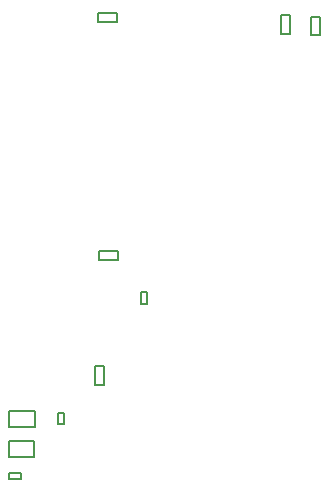
<source format=gbr>
%TF.GenerationSoftware,Altium Limited,Altium Designer,23.1.1 (15)*%
G04 Layer_Color=32768*
%FSLAX45Y45*%
%MOMM*%
%TF.SameCoordinates,8C37DE4A-61E0-4A85-99FC-D0A1A2E6B02F*%
%TF.FilePolarity,Positive*%
%TF.FileFunction,Other,Top_3D_Body*%
%TF.Part,Single*%
G01*
G75*
%TA.AperFunction,NonConductor*%
%ADD140C,0.20000*%
D140*
X905480Y4003680D02*
X1060480D01*
X905480D02*
Y4083680D01*
X1060480D01*
Y4003680D02*
Y4083680D01*
X909960Y1992000D02*
Y2072000D01*
Y1992000D02*
X1069960D01*
Y2072000D01*
X909960D02*
X1069960D01*
X1267220Y1618780D02*
X1317220D01*
Y1718780D01*
X1267220D02*
X1317220D01*
X1267220Y1618780D02*
Y1718780D01*
X564280Y600240D02*
X614280D01*
Y700240D01*
X564280D02*
X614280D01*
X564280Y600240D02*
Y700240D01*
X148120Y137560D02*
Y187560D01*
Y137560D02*
X248120D01*
Y187560D01*
X148120D02*
X248120D01*
X2700660Y3896748D02*
X2780660D01*
Y4051748D01*
X2700660D02*
X2780660D01*
X2700660Y3896748D02*
Y4051748D01*
X2449200Y3908612D02*
X2529200D01*
Y4063612D01*
X2449200D02*
X2529200D01*
X2449200Y3908612D02*
Y4063612D01*
X358360Y328740D02*
Y463740D01*
X148360D02*
X358360D01*
X148360Y328740D02*
Y463740D01*
Y328740D02*
X358360D01*
X368440Y580200D02*
Y715200D01*
X148440D02*
X368440D01*
X148440Y580200D02*
Y715200D01*
Y580200D02*
X368440D01*
X876300Y930920D02*
X956300D01*
Y1090920D01*
X876300D02*
X956300D01*
X876300Y930920D02*
Y1090920D01*
%TF.MD5,be02803cc412601f5b2bd6b436884866*%
M02*

</source>
